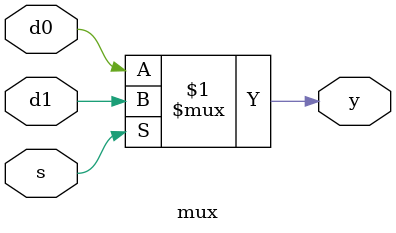
<source format=v>
`timescale 1ns / 1ps


module mux(
input wire s,d0,d1,
output y
    );
    
assign y = s ? d1 : d0; 
endmodule

</source>
